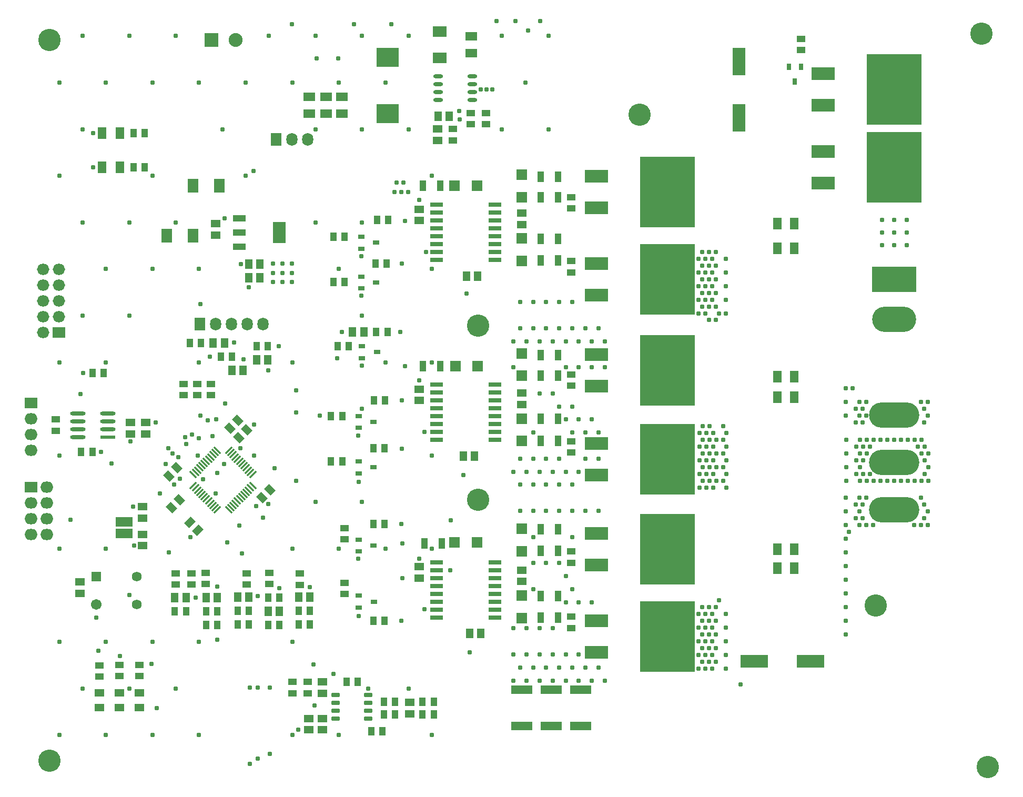
<source format=gts>
G04*
G04 #@! TF.GenerationSoftware,Altium Limited,Altium Designer,23.6.0 (18)*
G04*
G04 Layer_Color=8388736*
%FSLAX44Y44*%
%MOMM*%
G71*
G04*
G04 #@! TF.SameCoordinates,9FFC46F5-938B-46D8-84A6-C8BF988D1DB5*
G04*
G04*
G04 #@! TF.FilePolarity,Negative*
G04*
G01*
G75*
%ADD17R,3.8100X2.0800*%
%ADD18R,8.8900X11.4300*%
G04:AMPARAMS|DCode=19|XSize=0.34mm|YSize=1.64mm|CornerRadius=0mm|HoleSize=0mm|Usage=FLASHONLY|Rotation=45.000|XOffset=0mm|YOffset=0mm|HoleType=Round|Shape=Round|*
%AMOVALD19*
21,1,1.3000,0.3400,0.0000,0.0000,135.0*
1,1,0.3400,0.4596,-0.4596*
1,1,0.3400,-0.4596,0.4596*
%
%ADD19OVALD19*%

G04:AMPARAMS|DCode=20|XSize=0.34mm|YSize=1.64mm|CornerRadius=0mm|HoleSize=0mm|Usage=FLASHONLY|Rotation=135.000|XOffset=0mm|YOffset=0mm|HoleType=Round|Shape=Round|*
%AMOVALD20*
21,1,1.3000,0.3400,0.0000,0.0000,225.0*
1,1,0.3400,0.4596,0.4596*
1,1,0.3400,-0.4596,-0.4596*
%
%ADD20OVALD20*%

%ADD21R,1.3900X1.8400*%
%ADD22O,8.0900X4.0900*%
G04:AMPARAMS|DCode=23|XSize=1.49mm|YSize=1.19mm|CornerRadius=0mm|HoleSize=0mm|Usage=FLASHONLY|Rotation=315.000|XOffset=0mm|YOffset=0mm|HoleType=Round|Shape=Rectangle|*
%AMROTATEDRECTD23*
4,1,4,-0.9475,0.1061,-0.1061,0.9475,0.9475,-0.1061,0.1061,-0.9475,-0.9475,0.1061,0.0*
%
%ADD23ROTATEDRECTD23*%

%ADD24R,1.4400X1.0900*%
%ADD25R,1.0900X1.4400*%
%ADD26R,1.0900X0.6900*%
%ADD27R,1.1900X1.4900*%
%ADD28R,1.4900X1.1900*%
%ADD29R,1.0900X1.7900*%
%ADD30R,1.6800X1.7000*%
%ADD31R,1.7000X1.6800*%
%ADD32R,2.0150X0.7400*%
G04:AMPARAMS|DCode=33|XSize=1.49mm|YSize=1.19mm|CornerRadius=0mm|HoleSize=0mm|Usage=FLASHONLY|Rotation=45.000|XOffset=0mm|YOffset=0mm|HoleType=Round|Shape=Rectangle|*
%AMROTATEDRECTD33*
4,1,4,-0.1061,-0.9475,-0.9475,-0.1061,0.1061,0.9475,0.9475,0.1061,-0.1061,-0.9475,0.0*
%
%ADD33ROTATEDRECTD33*%

%ADD34R,2.7900X1.5900*%
%ADD35R,2.4692X0.6221*%
G04:AMPARAMS|DCode=36|XSize=2.4692mm|YSize=0.6221mm|CornerRadius=0.3111mm|HoleSize=0mm|Usage=FLASHONLY|Rotation=180.000|XOffset=0mm|YOffset=0mm|HoleType=Round|Shape=RoundedRectangle|*
%AMROUNDEDRECTD36*
21,1,2.4692,0.0000,0,0,180.0*
21,1,1.8470,0.6221,0,0,180.0*
1,1,0.6221,-0.9235,0.0000*
1,1,0.6221,0.9235,0.0000*
1,1,0.6221,0.9235,0.0000*
1,1,0.6221,-0.9235,0.0000*
%
%ADD36ROUNDEDRECTD36*%
%ADD37R,1.7100X2.2400*%
%ADD38R,1.5900X1.2900*%
%ADD39R,3.3900X1.3900*%
G04:AMPARAMS|DCode=40|XSize=0.64mm|YSize=1.34mm|CornerRadius=0.0945mm|HoleSize=0mm|Usage=FLASHONLY|Rotation=270.000|XOffset=0mm|YOffset=0mm|HoleType=Round|Shape=RoundedRectangle|*
%AMROUNDEDRECTD40*
21,1,0.6400,1.1510,0,0,270.0*
21,1,0.4510,1.3400,0,0,270.0*
1,1,0.1890,-0.5755,-0.2255*
1,1,0.1890,-0.5755,0.2255*
1,1,0.1890,0.5755,0.2255*
1,1,0.1890,0.5755,-0.2255*
%
%ADD40ROUNDEDRECTD40*%
%ADD41R,3.5900X3.0900*%
%ADD42R,1.8400X1.3900*%
%ADD43R,2.2400X1.7100*%
%ADD44O,1.5400X0.6900*%
%ADD45R,2.0900X3.3900*%
%ADD46R,2.0900X1.0900*%
%ADD47R,0.6900X1.0900*%
%ADD48R,7.0900X4.0900*%
%ADD49O,7.0900X4.0900*%
%ADD50R,2.0900X4.3900*%
%ADD51R,4.3900X2.0900*%
%ADD52C,3.5900*%
%ADD53O,1.7900X2.0900*%
%ADD54R,1.7900X2.0900*%
%ADD55R,1.5900X1.5900*%
%ADD56C,1.5900*%
%ADD57C,1.7032*%
%ADD58O,2.0900X1.7900*%
%ADD59R,2.0900X1.7900*%
%ADD60R,1.9900X1.7900*%
%ADD61O,1.9900X1.7900*%
%ADD62C,2.2400*%
%ADD63R,2.2400X2.2400*%
%ADD64C,0.7900*%
D17*
X930150Y850400D02*
D03*
Y799600D02*
D03*
X930150Y703154D02*
D03*
Y652354D02*
D03*
X1295150Y1155400D02*
D03*
Y1104600D02*
D03*
Y979600D02*
D03*
Y1030400D02*
D03*
X930150Y509600D02*
D03*
Y560400D02*
D03*
Y224600D02*
D03*
Y275400D02*
D03*
X930150Y365181D02*
D03*
Y415981D02*
D03*
Y939866D02*
D03*
Y990666D02*
D03*
D18*
X1044450Y825000D02*
D03*
X1044450Y677754D02*
D03*
X1409450Y1130000D02*
D03*
Y1005000D02*
D03*
X1044450Y535000D02*
D03*
Y250000D02*
D03*
X1044450Y390581D02*
D03*
Y965266D02*
D03*
D19*
X281432Y510562D02*
D03*
X284968Y514097D02*
D03*
X288503Y517633D02*
D03*
X292039Y521168D02*
D03*
X295574Y524704D02*
D03*
X299110Y528239D02*
D03*
X302646Y531775D02*
D03*
X306181Y535310D02*
D03*
X309717Y538846D02*
D03*
X313252Y542381D02*
D03*
X316788Y545917D02*
D03*
X320323Y549453D02*
D03*
X377245Y492530D02*
D03*
X373710Y488995D02*
D03*
X370174Y485459D02*
D03*
X366639Y481924D02*
D03*
X363103Y478388D02*
D03*
X359568Y474853D02*
D03*
X356032Y471317D02*
D03*
X352497Y467782D02*
D03*
X348961Y464246D02*
D03*
X345425Y460711D02*
D03*
X341890Y457175D02*
D03*
X338354Y453639D02*
D03*
D20*
Y549452D02*
D03*
X341890Y545917D02*
D03*
X345425Y542381D02*
D03*
X348961Y538846D02*
D03*
X352497Y535310D02*
D03*
X356032Y531775D02*
D03*
X359568Y528239D02*
D03*
X363103Y524704D02*
D03*
X366639Y521168D02*
D03*
X370174Y517633D02*
D03*
X373710Y514097D02*
D03*
X377245Y510562D02*
D03*
X320323Y453639D02*
D03*
X316788Y457175D02*
D03*
X313252Y460711D02*
D03*
X309717Y464246D02*
D03*
X306181Y467782D02*
D03*
X302646Y471317D02*
D03*
X299110Y474853D02*
D03*
X295574Y478388D02*
D03*
X292039Y481924D02*
D03*
X288503Y485459D02*
D03*
X284968Y488995D02*
D03*
X281432Y492530D02*
D03*
D21*
X135000Y1060000D02*
D03*
X163000D02*
D03*
X1248500Y914623D02*
D03*
X1221500D02*
D03*
X1248500Y874623D02*
D03*
X1221500D02*
D03*
X1248500Y634676D02*
D03*
X1221500D02*
D03*
X1248500Y668169D02*
D03*
X1221500D02*
D03*
X1248500Y360000D02*
D03*
X1221500D02*
D03*
X1248500Y390000D02*
D03*
X1221500D02*
D03*
X163000Y1005000D02*
D03*
X135000D02*
D03*
D22*
X1410000Y606200D02*
D03*
Y530000D02*
D03*
Y453800D02*
D03*
D23*
X404342Y485661D02*
D03*
X391614Y472933D02*
D03*
X340049Y584651D02*
D03*
X352777Y597379D02*
D03*
X355049Y569651D02*
D03*
X367777Y582379D02*
D03*
X259314Y469847D02*
D03*
X246586Y457120D02*
D03*
X254614Y521114D02*
D03*
X241886Y508386D02*
D03*
D24*
X525000Y424000D02*
D03*
Y406000D02*
D03*
X753000Y1092000D02*
D03*
Y1074000D02*
D03*
X699500Y1066500D02*
D03*
Y1048500D02*
D03*
X130000Y203000D02*
D03*
Y185000D02*
D03*
X195000Y186000D02*
D03*
Y204000D02*
D03*
X465500Y158500D02*
D03*
Y176500D02*
D03*
X441500D02*
D03*
Y158500D02*
D03*
X890000Y263500D02*
D03*
Y281500D02*
D03*
Y368500D02*
D03*
Y386500D02*
D03*
Y546000D02*
D03*
Y564000D02*
D03*
Y854000D02*
D03*
Y836000D02*
D03*
X310000Y638500D02*
D03*
Y656500D02*
D03*
X287957Y656500D02*
D03*
Y638500D02*
D03*
X265915Y656500D02*
D03*
Y638500D02*
D03*
X453000Y351000D02*
D03*
Y333000D02*
D03*
X404000Y352000D02*
D03*
Y334000D02*
D03*
X367500Y333500D02*
D03*
Y351500D02*
D03*
X301000Y334000D02*
D03*
Y352000D02*
D03*
X278320Y333716D02*
D03*
Y351716D02*
D03*
X253320Y333716D02*
D03*
Y351716D02*
D03*
X60000Y581000D02*
D03*
Y599000D02*
D03*
X162500Y204000D02*
D03*
Y186000D02*
D03*
X890000Y956500D02*
D03*
Y938500D02*
D03*
X728000Y1092000D02*
D03*
Y1074000D02*
D03*
X525000Y318000D02*
D03*
Y336000D02*
D03*
X890000Y671500D02*
D03*
Y653500D02*
D03*
X1260000Y1193500D02*
D03*
Y1211500D02*
D03*
D25*
X589325Y431165D02*
D03*
X571325D02*
D03*
X668500Y144500D02*
D03*
X650500D02*
D03*
X668500Y124500D02*
D03*
X650500D02*
D03*
X606000Y144500D02*
D03*
X588000D02*
D03*
X586000Y97000D02*
D03*
X568000D02*
D03*
X528000Y177000D02*
D03*
X546000D02*
D03*
X589325Y552511D02*
D03*
X571325D02*
D03*
X503136Y531655D02*
D03*
X521136D02*
D03*
X590000Y630023D02*
D03*
X572000D02*
D03*
X521136Y604229D02*
D03*
X503136D02*
D03*
X594000Y740000D02*
D03*
X576000D02*
D03*
X531500Y717500D02*
D03*
X513500D02*
D03*
X595000Y920000D02*
D03*
X577000D02*
D03*
X507215Y893050D02*
D03*
X525215D02*
D03*
X507000Y820250D02*
D03*
X525000D02*
D03*
X592805Y849614D02*
D03*
X574805D02*
D03*
X401500Y717500D02*
D03*
X383500D02*
D03*
X276000Y722500D02*
D03*
X294000D02*
D03*
X326000Y700458D02*
D03*
X344000D02*
D03*
X589325Y275250D02*
D03*
X571325D02*
D03*
X451000Y268872D02*
D03*
X469000D02*
D03*
Y290915D02*
D03*
X451000D02*
D03*
X402197Y268183D02*
D03*
X420197D02*
D03*
X420197Y312268D02*
D03*
X402197D02*
D03*
X353000Y290958D02*
D03*
X371000D02*
D03*
X371000Y268915D02*
D03*
X353000D02*
D03*
X301820Y290216D02*
D03*
X319820D02*
D03*
X320000Y268173D02*
D03*
X302000D02*
D03*
X251820Y290216D02*
D03*
X269820D02*
D03*
X119000Y674000D02*
D03*
X137000D02*
D03*
X203000Y1005000D02*
D03*
X185000D02*
D03*
X203000Y1060000D02*
D03*
X185000D02*
D03*
X101000Y547183D02*
D03*
X119000D02*
D03*
X606000Y124500D02*
D03*
X588000D02*
D03*
D26*
X547500Y405856D02*
D03*
Y386856D02*
D03*
X571500Y396356D02*
D03*
X547500Y531596D02*
D03*
Y512596D02*
D03*
X571500Y522096D02*
D03*
Y595231D02*
D03*
X547500Y585731D02*
D03*
Y604731D02*
D03*
X553000Y717000D02*
D03*
Y698000D02*
D03*
X577000Y707500D02*
D03*
X551715Y893050D02*
D03*
Y874050D02*
D03*
X575715Y883550D02*
D03*
X551715Y828834D02*
D03*
Y809834D02*
D03*
X575715Y819334D02*
D03*
X572000Y306000D02*
D03*
X548000Y296500D02*
D03*
Y315500D02*
D03*
D27*
X744000Y255000D02*
D03*
X726000D02*
D03*
X675500Y1087500D02*
D03*
X693500D02*
D03*
X734000Y540000D02*
D03*
X716000D02*
D03*
X556000Y740000D02*
D03*
X538000D02*
D03*
X389000Y826915D02*
D03*
X371000D02*
D03*
X401500Y695458D02*
D03*
X383500D02*
D03*
X331500Y722500D02*
D03*
X313500D02*
D03*
X361500Y678415D02*
D03*
X343500D02*
D03*
X451000Y312957D02*
D03*
X469000D02*
D03*
X402197Y290225D02*
D03*
X420197D02*
D03*
X371000Y313000D02*
D03*
X353000D02*
D03*
X319820Y312716D02*
D03*
X301820D02*
D03*
X269820Y312716D02*
D03*
X251820Y312716D02*
D03*
X371000Y848958D02*
D03*
X389000D02*
D03*
X721000Y830000D02*
D03*
X739000D02*
D03*
D28*
X674500Y1066500D02*
D03*
Y1048500D02*
D03*
X629500Y143500D02*
D03*
Y125500D02*
D03*
X489500Y99500D02*
D03*
Y117500D02*
D03*
X467000Y99500D02*
D03*
Y117500D02*
D03*
X489500Y176500D02*
D03*
Y158500D02*
D03*
X810000Y356500D02*
D03*
Y338500D02*
D03*
X645000Y344050D02*
D03*
Y362050D02*
D03*
X810000Y641500D02*
D03*
Y623500D02*
D03*
Y930977D02*
D03*
Y912977D02*
D03*
X645000Y630000D02*
D03*
Y648000D02*
D03*
X200000Y396000D02*
D03*
Y414000D02*
D03*
Y458571D02*
D03*
Y440571D02*
D03*
X205000Y594000D02*
D03*
Y576000D02*
D03*
X180000Y594000D02*
D03*
Y576000D02*
D03*
X99000Y337500D02*
D03*
Y319500D02*
D03*
X645000Y919050D02*
D03*
Y937050D02*
D03*
X317500Y896000D02*
D03*
Y914000D02*
D03*
D29*
X869000Y315000D02*
D03*
X841000D02*
D03*
X869000Y280000D02*
D03*
X841000D02*
D03*
X869000Y387500D02*
D03*
X841000D02*
D03*
X869000Y422500D02*
D03*
X841000D02*
D03*
X681308Y400000D02*
D03*
X653307D02*
D03*
X869000Y600000D02*
D03*
X841000D02*
D03*
X869000Y565000D02*
D03*
X841000D02*
D03*
X869000Y670000D02*
D03*
X841000D02*
D03*
X869000Y702500D02*
D03*
X841000D02*
D03*
X869000Y957000D02*
D03*
X841000D02*
D03*
Y855000D02*
D03*
X869000D02*
D03*
X841000Y890000D02*
D03*
X869000D02*
D03*
X651000Y685000D02*
D03*
X679000D02*
D03*
X841000Y990000D02*
D03*
X869000D02*
D03*
X679000Y975000D02*
D03*
X651000D02*
D03*
D30*
X810000Y279600D02*
D03*
Y315400D02*
D03*
Y564600D02*
D03*
Y600400D02*
D03*
Y669600D02*
D03*
Y705400D02*
D03*
Y890400D02*
D03*
Y854600D02*
D03*
Y992900D02*
D03*
Y957100D02*
D03*
Y422900D02*
D03*
Y387100D02*
D03*
D31*
X737900Y400906D02*
D03*
X702100D02*
D03*
X703200Y685000D02*
D03*
X739000D02*
D03*
X737900Y975000D02*
D03*
X702100D02*
D03*
D32*
X672880Y280550D02*
D03*
Y293250D02*
D03*
Y305950D02*
D03*
Y318650D02*
D03*
Y331350D02*
D03*
Y344050D02*
D03*
Y356750D02*
D03*
Y369450D02*
D03*
X767120D02*
D03*
Y356750D02*
D03*
Y344050D02*
D03*
Y331350D02*
D03*
Y318650D02*
D03*
Y305950D02*
D03*
Y293250D02*
D03*
Y280550D02*
D03*
Y566550D02*
D03*
Y579250D02*
D03*
Y591950D02*
D03*
Y604650D02*
D03*
Y617350D02*
D03*
Y630050D02*
D03*
Y642750D02*
D03*
Y655450D02*
D03*
X672880D02*
D03*
Y642750D02*
D03*
Y630050D02*
D03*
Y617350D02*
D03*
Y604650D02*
D03*
Y591950D02*
D03*
Y579250D02*
D03*
Y566550D02*
D03*
X767120Y855723D02*
D03*
Y868423D02*
D03*
Y881123D02*
D03*
Y893823D02*
D03*
Y906523D02*
D03*
Y919223D02*
D03*
Y931923D02*
D03*
Y944623D02*
D03*
X672880D02*
D03*
Y931923D02*
D03*
Y919223D02*
D03*
Y906523D02*
D03*
Y893823D02*
D03*
Y881123D02*
D03*
Y868423D02*
D03*
Y855723D02*
D03*
D33*
X276136Y433864D02*
D03*
X288864Y421136D02*
D03*
D34*
X170000Y415500D02*
D03*
Y434500D02*
D03*
D35*
X144136Y570950D02*
D03*
D36*
Y583650D02*
D03*
Y596350D02*
D03*
Y609050D02*
D03*
X95864D02*
D03*
Y596350D02*
D03*
Y583650D02*
D03*
Y570950D02*
D03*
D37*
X281100Y895000D02*
D03*
X238900D02*
D03*
X281400Y975000D02*
D03*
X323600D02*
D03*
D38*
X162500Y135500D02*
D03*
Y159500D02*
D03*
X195000Y135500D02*
D03*
Y159500D02*
D03*
X130000Y135500D02*
D03*
Y159500D02*
D03*
D39*
X857500Y164250D02*
D03*
Y105750D02*
D03*
X810000D02*
D03*
Y164250D02*
D03*
X905000Y105750D02*
D03*
Y164250D02*
D03*
D40*
X510750Y156050D02*
D03*
Y143350D02*
D03*
Y130650D02*
D03*
Y117950D02*
D03*
X563250Y156050D02*
D03*
Y143350D02*
D03*
Y130650D02*
D03*
Y117950D02*
D03*
D41*
X594000Y1091500D02*
D03*
Y1181500D02*
D03*
D42*
X468000Y1118500D02*
D03*
Y1091500D02*
D03*
X495000Y1118500D02*
D03*
Y1091500D02*
D03*
X521000Y1118500D02*
D03*
Y1091500D02*
D03*
X729000Y1189000D02*
D03*
Y1216000D02*
D03*
D43*
X678000Y1181400D02*
D03*
Y1223600D02*
D03*
D44*
X675750Y1151550D02*
D03*
Y1138850D02*
D03*
Y1126150D02*
D03*
Y1113450D02*
D03*
X730250Y1151550D02*
D03*
Y1138850D02*
D03*
Y1126150D02*
D03*
Y1113450D02*
D03*
D45*
X419750Y900000D02*
D03*
D46*
X355250Y877000D02*
D03*
Y900000D02*
D03*
X355250Y923000D02*
D03*
D47*
X1250000Y1143000D02*
D03*
X1240500Y1167000D02*
D03*
X1259500D02*
D03*
D48*
X1410000Y825000D02*
D03*
D49*
Y760000D02*
D03*
D50*
X1160000Y1084750D02*
D03*
Y1175250D02*
D03*
D51*
X1184750Y210000D02*
D03*
X1275250D02*
D03*
D52*
X1550000Y1220000D02*
D03*
X1380000Y300000D02*
D03*
X1000000Y1090000D02*
D03*
X740000Y470000D02*
D03*
Y750000D02*
D03*
X50000Y1210000D02*
D03*
Y50000D02*
D03*
X1560000Y40000D02*
D03*
D53*
X367900Y752500D02*
D03*
X342500D02*
D03*
X317100D02*
D03*
X393300D02*
D03*
X440000Y1050000D02*
D03*
X465400D02*
D03*
D54*
X291700Y752500D02*
D03*
X414600Y1050000D02*
D03*
D55*
X125500Y346500D02*
D03*
D56*
X190500D02*
D03*
Y301500D02*
D03*
D57*
X125500D02*
D03*
D58*
X20000Y439200D02*
D03*
X45400D02*
D03*
X20000Y413800D02*
D03*
X45400D02*
D03*
Y490000D02*
D03*
X20000Y464600D02*
D03*
X45400D02*
D03*
X20000Y600000D02*
D03*
Y574600D02*
D03*
Y549200D02*
D03*
D59*
Y490000D02*
D03*
Y625400D02*
D03*
D60*
X65400Y739200D02*
D03*
D61*
X40000Y840800D02*
D03*
Y815400D02*
D03*
Y790000D02*
D03*
Y764600D02*
D03*
Y739200D02*
D03*
X65400Y840800D02*
D03*
Y815400D02*
D03*
Y790000D02*
D03*
X65400Y764600D02*
D03*
D62*
X350000Y1210000D02*
D03*
D63*
X310400D02*
D03*
D64*
X1430000Y900000D02*
D03*
X1410000D02*
D03*
X1390000D02*
D03*
X1430000Y880000D02*
D03*
X1410000D02*
D03*
X1390000D02*
D03*
X1430000Y920000D02*
D03*
X1410000D02*
D03*
X1390000D02*
D03*
Y970000D02*
D03*
X1410000D02*
D03*
X1430000D02*
D03*
Y990000D02*
D03*
X1410000D02*
D03*
X1390000D02*
D03*
Y1010000D02*
D03*
X1410000D02*
D03*
X1430000D02*
D03*
Y1030000D02*
D03*
X1410000D02*
D03*
X1390000D02*
D03*
X1440000Y1020000D02*
D03*
Y1000000D02*
D03*
Y980000D02*
D03*
Y960000D02*
D03*
X1420000D02*
D03*
Y980000D02*
D03*
Y1000000D02*
D03*
Y1020000D02*
D03*
X1400000Y960000D02*
D03*
Y980000D02*
D03*
Y1000000D02*
D03*
Y1020000D02*
D03*
X1380000Y960000D02*
D03*
Y980000D02*
D03*
Y1000000D02*
D03*
Y1020000D02*
D03*
X1440000Y1040000D02*
D03*
X1420000D02*
D03*
X1400000D02*
D03*
X1380000D02*
D03*
X1390000Y1120000D02*
D03*
X1410000D02*
D03*
X1430000D02*
D03*
Y1100000D02*
D03*
X1410000D02*
D03*
X1390000D02*
D03*
X1400000Y1090000D02*
D03*
X1420000D02*
D03*
X1440000D02*
D03*
Y1110000D02*
D03*
X1420000D02*
D03*
X1400000D02*
D03*
X1430000Y1140000D02*
D03*
X1410000D02*
D03*
X1390000D02*
D03*
X1440000Y1130000D02*
D03*
X1420000D02*
D03*
X1400000D02*
D03*
X1430000Y1160000D02*
D03*
X1410000D02*
D03*
X1390000D02*
D03*
X1440000Y1150000D02*
D03*
X1420000D02*
D03*
X1400000D02*
D03*
X1380000Y1090000D02*
D03*
Y1110000D02*
D03*
Y1130000D02*
D03*
Y1150000D02*
D03*
X1440000Y1170000D02*
D03*
X1420000D02*
D03*
X1400000D02*
D03*
X1380000D02*
D03*
X762501Y1130001D02*
D03*
X753501D02*
D03*
X744501D02*
D03*
X330750Y527500D02*
D03*
X297000Y503000D02*
D03*
X120000Y1060000D02*
D03*
X290750Y241250D02*
D03*
X628250Y166250D02*
D03*
X478250Y1066250D02*
D03*
X590750Y391250D02*
D03*
X515750Y841250D02*
D03*
X665750Y91250D02*
D03*
X778250Y1216250D02*
D03*
X65750Y541250D02*
D03*
X215750Y991250D02*
D03*
X665750Y391250D02*
D03*
X65750Y1141250D02*
D03*
X140750Y241250D02*
D03*
X253250Y1216250D02*
D03*
X590750Y691250D02*
D03*
X140750D02*
D03*
Y1141250D02*
D03*
X515750D02*
D03*
X478250Y916250D02*
D03*
X178250D02*
D03*
X778250Y1066250D02*
D03*
X440750Y691250D02*
D03*
X65750Y241250D02*
D03*
X478250Y466250D02*
D03*
X65750Y691250D02*
D03*
X590750Y1141250D02*
D03*
X440750Y91250D02*
D03*
X290750Y841250D02*
D03*
X440750Y1141250D02*
D03*
X178250Y166250D02*
D03*
X253250Y916250D02*
D03*
X553250Y1066250D02*
D03*
X665750Y991250D02*
D03*
X215750Y241250D02*
D03*
X628250Y1066250D02*
D03*
Y1216250D02*
D03*
X815750Y1141250D02*
D03*
X553250Y766250D02*
D03*
X515750Y391250D02*
D03*
X853250Y1066250D02*
D03*
X515750Y91250D02*
D03*
X290750Y1141250D02*
D03*
X140750Y391250D02*
D03*
X853250Y1216250D02*
D03*
X478250D02*
D03*
X65750Y391250D02*
D03*
X665750Y841250D02*
D03*
X328250Y1066250D02*
D03*
X290750Y691250D02*
D03*
X215750Y91250D02*
D03*
X103250Y1216250D02*
D03*
X65750Y91250D02*
D03*
X403250Y1216250D02*
D03*
X215750Y841250D02*
D03*
X140750Y91250D02*
D03*
X440750Y241250D02*
D03*
X665750Y691250D02*
D03*
X553250Y916250D02*
D03*
Y1216250D02*
D03*
X290750Y91250D02*
D03*
X103250Y766250D02*
D03*
X253250Y166250D02*
D03*
X103250D02*
D03*
X178250Y316250D02*
D03*
X553250Y466250D02*
D03*
Y616250D02*
D03*
X215750Y1141250D02*
D03*
X178250Y1216250D02*
D03*
X665750Y541250D02*
D03*
X103250Y916250D02*
D03*
X140750Y841250D02*
D03*
X365750Y1141250D02*
D03*
X178250Y766250D02*
D03*
X65750Y991250D02*
D03*
X440750Y391250D02*
D03*
X103250Y1066250D02*
D03*
X365750Y991250D02*
D03*
X440000Y1235000D02*
D03*
X540000D02*
D03*
X600000D02*
D03*
X820000Y1225000D02*
D03*
X840000Y1240000D02*
D03*
X800000D02*
D03*
X770000D02*
D03*
X515000Y1180000D02*
D03*
X480000D02*
D03*
X1060000Y220000D02*
D03*
Y240000D02*
D03*
X1040000Y220000D02*
D03*
Y240000D02*
D03*
X1020000Y220000D02*
D03*
Y240000D02*
D03*
Y260000D02*
D03*
X1040000D02*
D03*
X1060000D02*
D03*
Y280000D02*
D03*
X1040000D02*
D03*
X1020000D02*
D03*
Y360000D02*
D03*
Y380000D02*
D03*
Y400000D02*
D03*
X1040000D02*
D03*
Y380000D02*
D03*
Y360000D02*
D03*
X1060000D02*
D03*
Y380000D02*
D03*
Y400000D02*
D03*
Y420000D02*
D03*
X1040000D02*
D03*
X1020000D02*
D03*
Y510000D02*
D03*
Y530000D02*
D03*
Y550000D02*
D03*
X1040000D02*
D03*
Y530000D02*
D03*
Y510000D02*
D03*
X1060000D02*
D03*
Y530000D02*
D03*
Y550000D02*
D03*
Y570000D02*
D03*
X1040000D02*
D03*
X1020000D02*
D03*
X1060000Y800000D02*
D03*
X1040000D02*
D03*
X1020000D02*
D03*
Y820000D02*
D03*
X1040000D02*
D03*
X1060000D02*
D03*
Y840000D02*
D03*
X1040000D02*
D03*
X1020000D02*
D03*
X1060000Y860000D02*
D03*
X1040000D02*
D03*
X1020000D02*
D03*
Y940000D02*
D03*
X1040000D02*
D03*
X1060000D02*
D03*
Y960000D02*
D03*
X1040000D02*
D03*
X1020000D02*
D03*
Y980000D02*
D03*
X1040000D02*
D03*
X1060000D02*
D03*
Y1000000D02*
D03*
X1040000D02*
D03*
X1020000D02*
D03*
X1060000Y650000D02*
D03*
X1040000D02*
D03*
X1020000D02*
D03*
Y670000D02*
D03*
X1040000D02*
D03*
X1060000D02*
D03*
Y690000D02*
D03*
X1040000D02*
D03*
X1020000D02*
D03*
X1060000Y710000D02*
D03*
X1040000D02*
D03*
X1020000D02*
D03*
X1459000Y555000D02*
D03*
X1464500Y544000D02*
D03*
X1459000Y533000D02*
D03*
X1464500Y522000D02*
D03*
X1459000Y511000D02*
D03*
X1464500Y500000D02*
D03*
X1453500Y566000D02*
D03*
X1448000Y555000D02*
D03*
X1453500Y544000D02*
D03*
Y500000D02*
D03*
X1442500Y566000D02*
D03*
Y500000D02*
D03*
X1431500Y566000D02*
D03*
Y500000D02*
D03*
X1420500Y566000D02*
D03*
Y500000D02*
D03*
X1409500Y566000D02*
D03*
Y500000D02*
D03*
X1398500Y566000D02*
D03*
Y500000D02*
D03*
X1387500Y566000D02*
D03*
Y500000D02*
D03*
X1376500Y566000D02*
D03*
X1371000Y555000D02*
D03*
Y511000D02*
D03*
X1376500Y500000D02*
D03*
X1365500Y566000D02*
D03*
X1360000Y555000D02*
D03*
X1365500Y544000D02*
D03*
X1360000Y533000D02*
D03*
Y511000D02*
D03*
X1365500Y500000D02*
D03*
X1354500Y566000D02*
D03*
X1349000Y555000D02*
D03*
X1354500Y544000D02*
D03*
X1349000Y533000D02*
D03*
X1354500Y522000D02*
D03*
X1349000Y511000D02*
D03*
X1354500Y500000D02*
D03*
X1332500Y566000D02*
D03*
Y544000D02*
D03*
Y522000D02*
D03*
Y500000D02*
D03*
X1140000Y577000D02*
D03*
Y555000D02*
D03*
Y533000D02*
D03*
Y511000D02*
D03*
Y489000D02*
D03*
X1134500Y588000D02*
D03*
Y566000D02*
D03*
Y544000D02*
D03*
Y522000D02*
D03*
Y500000D02*
D03*
X1118000Y577000D02*
D03*
X1123500Y566000D02*
D03*
X1118000Y555000D02*
D03*
X1123500Y544000D02*
D03*
X1118000Y533000D02*
D03*
X1123500Y522000D02*
D03*
X1118000Y511000D02*
D03*
X1123500Y500000D02*
D03*
X1118000Y489000D02*
D03*
X1112500Y588000D02*
D03*
X1107000Y577000D02*
D03*
X1112500Y566000D02*
D03*
X1107000Y555000D02*
D03*
X1112500Y544000D02*
D03*
X1107000Y533000D02*
D03*
X1112500Y522000D02*
D03*
X1107000Y511000D02*
D03*
X1112500Y500000D02*
D03*
X1107000Y489000D02*
D03*
X1101500Y588000D02*
D03*
X1096000Y577000D02*
D03*
X1101500Y566000D02*
D03*
X1096000Y555000D02*
D03*
X1101500Y544000D02*
D03*
X1096000Y533000D02*
D03*
X1101500Y522000D02*
D03*
X1096000Y511000D02*
D03*
X1101500Y500000D02*
D03*
X1096000Y489000D02*
D03*
X1010000Y1010000D02*
D03*
X1030000D02*
D03*
X1050000D02*
D03*
X1070000D02*
D03*
X1010000Y990000D02*
D03*
X1030000D02*
D03*
X1050000D02*
D03*
X1070000D02*
D03*
X1010000Y970000D02*
D03*
X1030000D02*
D03*
X1050000D02*
D03*
X1070000D02*
D03*
X1010000Y950000D02*
D03*
X1030000D02*
D03*
X1050000D02*
D03*
X1070000D02*
D03*
X1010000Y930000D02*
D03*
X1030000D02*
D03*
X1050000D02*
D03*
X1070000D02*
D03*
X1010000Y290000D02*
D03*
X1030000D02*
D03*
X1050000D02*
D03*
X1070000D02*
D03*
X1010000Y270000D02*
D03*
X1030000D02*
D03*
X1050000D02*
D03*
X1070000D02*
D03*
X1010000Y250000D02*
D03*
X1030000D02*
D03*
X1050000D02*
D03*
X1070000D02*
D03*
X1010000Y230000D02*
D03*
X1030000D02*
D03*
X1050000D02*
D03*
X1070000D02*
D03*
X1010000Y210000D02*
D03*
X1030000D02*
D03*
X1050000D02*
D03*
X1070000D02*
D03*
X1010000Y430000D02*
D03*
X1030000D02*
D03*
X1050000D02*
D03*
X1070000D02*
D03*
X1010000Y410000D02*
D03*
X1030000D02*
D03*
X1050000D02*
D03*
X1070000D02*
D03*
X1010000Y390000D02*
D03*
X1030000D02*
D03*
X1050000D02*
D03*
X1070000D02*
D03*
X1010000Y370000D02*
D03*
X1030000D02*
D03*
X1050000D02*
D03*
X1070000D02*
D03*
X1010000Y350000D02*
D03*
X1030000D02*
D03*
X1050000D02*
D03*
X1070000D02*
D03*
X1010000Y580000D02*
D03*
X1030000D02*
D03*
X1050000D02*
D03*
X1070000D02*
D03*
X1010000Y560000D02*
D03*
X1030000D02*
D03*
X1050000D02*
D03*
X1070000D02*
D03*
X1010000Y540000D02*
D03*
X1030000D02*
D03*
X1050000D02*
D03*
X1070000D02*
D03*
X1010000Y520000D02*
D03*
X1030000D02*
D03*
X1050000D02*
D03*
X1070000D02*
D03*
X1010000Y500000D02*
D03*
X1030000D02*
D03*
X1050000D02*
D03*
X1070000D02*
D03*
X1010000Y720000D02*
D03*
X1030000D02*
D03*
X1050000D02*
D03*
X1070000D02*
D03*
X1010000Y700000D02*
D03*
X1030000D02*
D03*
X1050000D02*
D03*
X1070000D02*
D03*
X1010000Y680000D02*
D03*
X1030000D02*
D03*
X1050000D02*
D03*
X1070000D02*
D03*
X1010000Y660000D02*
D03*
X1030000D02*
D03*
X1050000D02*
D03*
X1070000D02*
D03*
X1010000Y640000D02*
D03*
X1030000D02*
D03*
X1050000D02*
D03*
X1070000D02*
D03*
Y790000D02*
D03*
X1050000D02*
D03*
X1030000D02*
D03*
X1010000D02*
D03*
X1070000Y810000D02*
D03*
X1050000D02*
D03*
X1030000D02*
D03*
X1010000D02*
D03*
X1070000Y830000D02*
D03*
X1050000D02*
D03*
X1030000D02*
D03*
X1010000D02*
D03*
X1070000Y850000D02*
D03*
X1050000D02*
D03*
X1030000D02*
D03*
X1010000D02*
D03*
X1070000Y870000D02*
D03*
X1050000D02*
D03*
X1030000D02*
D03*
X1010000D02*
D03*
X644750Y662250D02*
D03*
X378250Y999000D02*
D03*
X710500Y1082250D02*
D03*
X709750Y1095750D02*
D03*
X609000Y980000D02*
D03*
X237000Y527250D02*
D03*
X247750Y544000D02*
D03*
X241500Y552500D02*
D03*
X257438Y538353D02*
D03*
X401750Y678000D02*
D03*
X627250Y965000D02*
D03*
X616250D02*
D03*
X605000D02*
D03*
X620000Y980000D02*
D03*
X1458001Y462000D02*
D03*
X1463501Y451000D02*
D03*
X1458001Y440000D02*
D03*
X1463501Y429000D02*
D03*
X1452501Y473000D02*
D03*
Y429000D02*
D03*
X1441501D02*
D03*
X1375501D02*
D03*
X1364501Y473000D02*
D03*
X1359001Y462000D02*
D03*
Y440000D02*
D03*
X1364501Y429000D02*
D03*
X1353501Y473000D02*
D03*
X1348001Y462000D02*
D03*
X1353501Y451000D02*
D03*
X1348001Y440000D02*
D03*
X1353501Y429000D02*
D03*
X1337001Y418000D02*
D03*
X1331501Y473000D02*
D03*
Y451000D02*
D03*
Y429000D02*
D03*
Y407000D02*
D03*
Y385000D02*
D03*
Y363000D02*
D03*
Y341000D02*
D03*
Y319000D02*
D03*
Y297000D02*
D03*
Y275000D02*
D03*
Y253000D02*
D03*
X1139000Y286000D02*
D03*
Y264000D02*
D03*
Y242000D02*
D03*
Y220000D02*
D03*
Y198000D02*
D03*
X1128000Y308000D02*
D03*
X1122501Y297000D02*
D03*
X1117001Y286000D02*
D03*
X1122501Y275000D02*
D03*
X1117001Y264000D02*
D03*
X1122501Y253000D02*
D03*
X1117001Y242000D02*
D03*
X1122501Y231000D02*
D03*
X1117001Y220000D02*
D03*
X1122501Y209000D02*
D03*
X1117001Y198000D02*
D03*
X1111500Y297000D02*
D03*
X1106001Y286000D02*
D03*
X1111500Y275000D02*
D03*
X1106001Y264000D02*
D03*
X1111500Y253000D02*
D03*
X1106001Y242000D02*
D03*
X1111500Y231000D02*
D03*
X1106001Y220000D02*
D03*
X1111500Y209000D02*
D03*
X1106001Y198000D02*
D03*
X1100500Y297000D02*
D03*
X1095001Y286000D02*
D03*
X1100500Y275000D02*
D03*
X1095001Y264000D02*
D03*
X1100500Y253000D02*
D03*
X1095001Y242000D02*
D03*
X1100500Y231000D02*
D03*
X1095001Y220000D02*
D03*
X1100500Y209000D02*
D03*
X1095001Y198000D02*
D03*
X1463501Y627000D02*
D03*
X1458001Y616000D02*
D03*
X1463501Y605000D02*
D03*
X1458001Y594000D02*
D03*
X1452501Y627000D02*
D03*
X1364501D02*
D03*
X1359001Y616000D02*
D03*
X1364501Y605000D02*
D03*
X1359001Y594000D02*
D03*
X1353501Y627000D02*
D03*
X1348001Y616000D02*
D03*
X1353501Y605000D02*
D03*
X1348001Y594000D02*
D03*
X1342501Y649000D02*
D03*
X1331501D02*
D03*
Y627000D02*
D03*
Y605000D02*
D03*
X1139000Y858000D02*
D03*
Y836000D02*
D03*
Y814000D02*
D03*
Y792000D02*
D03*
Y770000D02*
D03*
X1128000D02*
D03*
X1122501Y869000D02*
D03*
X1117001Y858000D02*
D03*
X1122501Y847000D02*
D03*
X1117001Y836000D02*
D03*
X1122501Y825000D02*
D03*
X1117001Y814000D02*
D03*
X1122501Y803000D02*
D03*
X1117001Y792000D02*
D03*
X1122501Y781000D02*
D03*
Y759000D02*
D03*
X1111500Y869000D02*
D03*
X1106001Y858000D02*
D03*
X1111500Y847000D02*
D03*
X1106001Y836000D02*
D03*
X1111500Y825000D02*
D03*
X1106001Y814000D02*
D03*
X1111500Y803000D02*
D03*
X1106001Y792000D02*
D03*
X1111500Y781000D02*
D03*
X1106001Y770000D02*
D03*
X1111500Y759000D02*
D03*
X1100500Y869000D02*
D03*
X1095001Y858000D02*
D03*
X1100500Y847000D02*
D03*
X1095001Y836000D02*
D03*
X1100500Y825000D02*
D03*
X1095001Y814000D02*
D03*
X1100500Y803000D02*
D03*
X1095001Y792000D02*
D03*
X1100500Y781000D02*
D03*
X1095001Y770000D02*
D03*
X944001Y725000D02*
D03*
Y683000D02*
D03*
Y179000D02*
D03*
X933501Y746000D02*
D03*
X923001Y725000D02*
D03*
Y683000D02*
D03*
Y599000D02*
D03*
X933501Y578000D02*
D03*
Y536000D02*
D03*
Y452000D02*
D03*
X923001Y305000D02*
D03*
X933501Y200000D02*
D03*
X923001Y179000D02*
D03*
X912501Y746000D02*
D03*
X902001Y725000D02*
D03*
Y683000D02*
D03*
Y599000D02*
D03*
X912501Y578000D02*
D03*
Y536000D02*
D03*
X902001Y515000D02*
D03*
X912501Y452000D02*
D03*
X902001Y305000D02*
D03*
Y221000D02*
D03*
X912501Y200000D02*
D03*
X902001Y179000D02*
D03*
X891501Y788000D02*
D03*
Y746000D02*
D03*
X881001Y725000D02*
D03*
Y683000D02*
D03*
X891501Y620000D02*
D03*
X881001Y599000D02*
D03*
X891501Y578000D02*
D03*
X881001Y515000D02*
D03*
X891501Y494000D02*
D03*
Y452000D02*
D03*
Y410000D02*
D03*
X881001Y347000D02*
D03*
X891501Y326000D02*
D03*
X881001Y305000D02*
D03*
Y221000D02*
D03*
X891501Y200000D02*
D03*
X881001Y179000D02*
D03*
X870501Y788000D02*
D03*
Y746000D02*
D03*
X860001Y725000D02*
D03*
Y641000D02*
D03*
X870501Y620000D02*
D03*
Y536000D02*
D03*
X860001Y515000D02*
D03*
X870501Y494000D02*
D03*
Y452000D02*
D03*
Y368000D02*
D03*
X860001Y263000D02*
D03*
Y221000D02*
D03*
X870501Y200000D02*
D03*
X860001Y179000D02*
D03*
X849501Y788000D02*
D03*
Y746000D02*
D03*
X839001Y725000D02*
D03*
Y641000D02*
D03*
X849501Y536000D02*
D03*
X839001Y515000D02*
D03*
X849501Y494000D02*
D03*
Y452000D02*
D03*
Y368000D02*
D03*
X839001Y263000D02*
D03*
Y221000D02*
D03*
X849501Y200000D02*
D03*
X839001Y179000D02*
D03*
X828501Y788000D02*
D03*
Y746000D02*
D03*
X818001Y725000D02*
D03*
X828501Y578000D02*
D03*
Y536000D02*
D03*
X818001Y515000D02*
D03*
X828501Y494000D02*
D03*
Y452000D02*
D03*
Y410000D02*
D03*
Y368000D02*
D03*
Y326000D02*
D03*
X818001Y263000D02*
D03*
Y221000D02*
D03*
X828501Y200000D02*
D03*
X818001Y179000D02*
D03*
X807501Y788000D02*
D03*
Y746000D02*
D03*
X797001Y725000D02*
D03*
Y683000D02*
D03*
X807501Y536000D02*
D03*
X797001Y515000D02*
D03*
X807501Y494000D02*
D03*
Y452000D02*
D03*
X797001Y263000D02*
D03*
Y221000D02*
D03*
X807501Y200000D02*
D03*
X797001Y179000D02*
D03*
X277000Y410000D02*
D03*
X180000Y563790D02*
D03*
X547500Y282500D02*
D03*
X450000Y100000D02*
D03*
X184441Y459059D02*
D03*
X250298Y494375D02*
D03*
X227500Y480000D02*
D03*
X645000Y952500D02*
D03*
X446861Y610639D02*
D03*
X285000Y312500D02*
D03*
X336147Y401103D02*
D03*
X382910Y459660D02*
D03*
X355250Y428000D02*
D03*
X393750Y441250D02*
D03*
X379000Y541250D02*
D03*
X357250Y553000D02*
D03*
X259500Y503500D02*
D03*
X288750Y541250D02*
D03*
X279750Y575000D02*
D03*
X270000Y560000D02*
D03*
X290000Y569000D02*
D03*
X268500Y571000D02*
D03*
X696250Y437000D02*
D03*
X358000Y849000D02*
D03*
X371000Y812000D02*
D03*
X222500Y135000D02*
D03*
X506750Y189250D02*
D03*
X562750Y166000D02*
D03*
X520250Y740000D02*
D03*
X553000Y685500D02*
D03*
X125250Y280000D02*
D03*
X104500Y674250D02*
D03*
X214250Y206000D02*
D03*
X163000Y218750D02*
D03*
X359750Y383250D02*
D03*
X129000Y226750D02*
D03*
X332000Y922750D02*
D03*
X546750Y374750D02*
D03*
X655750Y868250D02*
D03*
X654000Y293500D02*
D03*
X653500Y579250D02*
D03*
X645000Y375000D02*
D03*
X385000Y315000D02*
D03*
X120000Y1005000D02*
D03*
X440000Y820000D02*
D03*
X425000D02*
D03*
X410000D02*
D03*
X440000Y835000D02*
D03*
X425000D02*
D03*
X410000D02*
D03*
X440000Y850000D02*
D03*
X425000D02*
D03*
X410000D02*
D03*
X552000Y798000D02*
D03*
Y862000D02*
D03*
X548000Y499000D02*
D03*
X547000Y573000D02*
D03*
X84000Y438000D02*
D03*
X221000Y594000D02*
D03*
X100000Y640000D02*
D03*
X150000Y528000D02*
D03*
X133000Y547000D02*
D03*
X320000Y513000D02*
D03*
X186000Y396000D02*
D03*
X402000Y463000D02*
D03*
X320000Y245000D02*
D03*
X469000Y329000D02*
D03*
X420000Y327500D02*
D03*
X320000Y330000D02*
D03*
X318000Y599750D02*
D03*
X312000Y572000D02*
D03*
X293301Y605301D02*
D03*
X305000Y598000D02*
D03*
X618040Y344025D02*
D03*
X695000Y356000D02*
D03*
X615000Y740000D02*
D03*
X513000Y698000D02*
D03*
X447000Y646000D02*
D03*
X447044Y500000D02*
D03*
X412000Y521000D02*
D03*
X485000Y605000D02*
D03*
X378977Y590750D02*
D03*
X419000Y717000D02*
D03*
X308000Y700000D02*
D03*
X347000Y723000D02*
D03*
X362000Y696000D02*
D03*
X372500Y45000D02*
D03*
X405000Y167500D02*
D03*
X385000D02*
D03*
X372500D02*
D03*
X385000Y53040D02*
D03*
X405000Y61040D02*
D03*
X317500Y480000D02*
D03*
X1162500Y172500D02*
D03*
X332500Y625000D02*
D03*
X242500Y385000D02*
D03*
X292500Y785000D02*
D03*
X477000Y139000D02*
D03*
X475000Y205000D02*
D03*
X726000Y224000D02*
D03*
X716000Y510000D02*
D03*
X721000Y802000D02*
D03*
X617000Y850000D02*
D03*
X616000Y275000D02*
D03*
X618000Y400000D02*
D03*
X616000Y431000D02*
D03*
X617000Y552000D02*
D03*
Y630000D02*
D03*
X622000Y685000D02*
D03*
X622285Y918950D02*
D03*
M02*

</source>
